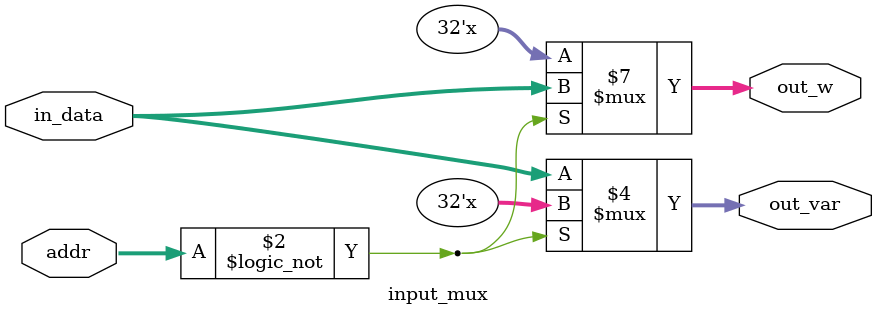
<source format=v>
`timescale 1ns / 1ps
module input_mux(
	in_data, addr, out_var, out_w
    );
	
	input wire [3:0] addr;
	input wire [31:0] in_data;
	output reg [31:0] out_var, out_w;
	
	always @* begin
		if (addr == 0) 
			out_w <= in_data;
		else 
			out_var <= in_data;
	end

endmodule

</source>
